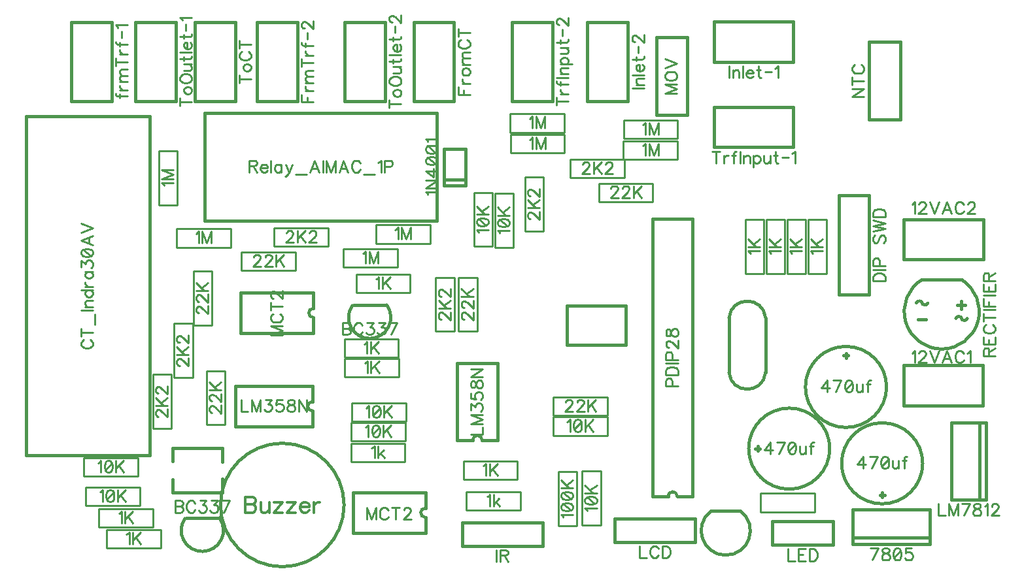
<source format=gbr>
G04 DipTrace 3.3.1.0*
G04 TopSilk.gbr*
%MOIN*%
G04 #@! TF.FileFunction,Legend,Top*
G04 #@! TF.Part,Single*
%ADD10C,0.015*%
%ADD33C,0.009843*%
%ADD119C,0.009264*%
%ADD120C,0.012351*%
%FSLAX26Y26*%
G04*
G70*
G90*
G75*
G01*
G04 TopSilk*
%LPD*%
X3805917Y736614D2*
D10*
Y2153937D1*
X3601170Y736614D2*
Y2153937D1*
X3805917D2*
X3601170D1*
X3805917Y736614D2*
X3727177D1*
X3601170D2*
X3679910D1*
X3727177D2*
G03X3679910Y736614I-23633J-106D01*
G01*
X5175574Y1843465D2*
G02X4975607Y1843465I-99983J-163286D01*
G01*
X5175574D1*
Y1733456D2*
Y1693476D1*
X5155585Y1713448D2*
X5195563D1*
X4955580Y1640973D2*
X4995635D1*
X5004710Y1722849D2*
G02X4973233Y1726787I-15086J7187D01*
G01*
X4947003Y1724162D2*
G02X4978479Y1720224I15086J-7187D01*
G01*
X5205519Y1644095D2*
G02X5174042Y1648032I-15082J7218D01*
G01*
X5147773Y1645407D2*
G02X5179250Y1641470I15082J-7218D01*
G01*
X2646854Y2323720D2*
X2536610D1*
Y2325724D2*
Y2510890D1*
X2646854Y2353571D2*
X2536610D1*
X2646854Y2510890D2*
X2536610D1*
X2646854Y2325724D2*
Y2510890D1*
X3899472Y661804D2*
X4049347D1*
X3899172Y661579D2*
G03X4049647Y661579I75238J-99796D01*
G01*
X3408268Y622047D2*
X3817717D1*
Y503937D1*
X3408268D1*
Y622047D1*
X4552362Y1767323D2*
X4706102D1*
Y2272047D1*
X4552362D1*
Y1767323D1*
X3464173Y1511417D2*
X3164173D1*
Y1711417D1*
X3464173D1*
Y1511417D1*
X1398819Y692932D2*
G02X1398819Y692932I314961J0D01*
G01*
X2070420Y1710647D2*
G03X2246084Y1713747I88929J-60598D01*
G01*
X2077286D1*
X1217270Y624040D2*
G03X1392934Y627141I88929J-60598D01*
G01*
X1224136D1*
X1261417Y1610236D2*
D33*
X1355906D1*
Y1885827D1*
X1261417D1*
Y1610236D1*
X2365748Y1775591D2*
X2090157D1*
Y1870079D1*
X2365748D1*
Y1775591D1*
X1162598Y1342520D2*
X1257087D1*
Y1618110D1*
X1162598D1*
Y1342520D1*
X4427165Y657480D2*
X4151575D1*
Y751969D1*
X4427165D1*
Y657480D1*
X977953Y838583D2*
X702362D1*
Y933071D1*
X977953D1*
Y838583D1*
X1148819Y1358268D2*
X1054331D1*
Y1082677D1*
X1148819D1*
Y1358268D1*
X2030709Y1539370D2*
X2306299D1*
Y1444882D1*
X2030709D1*
Y1539370D1*
X2307874Y1346457D2*
X2032283D1*
Y1440945D1*
X2307874D1*
Y1346457D1*
X1328346Y1102362D2*
X1422835D1*
Y1377953D1*
X1328346D1*
Y1102362D1*
X711417Y783465D2*
X987008D1*
Y688976D1*
X711417D1*
Y783465D1*
X2912598Y822835D2*
X2637008D1*
Y917323D1*
X2912598D1*
Y822835D1*
X1093701Y472441D2*
X818110D1*
Y566929D1*
X1093701D1*
Y472441D1*
X3327559Y2334646D2*
X3603150D1*
Y2240157D1*
X3327559D1*
Y2334646D1*
X3729134Y2562992D2*
X3453543D1*
Y2657480D1*
X3729134D1*
Y2562992D1*
X3728740Y2456693D2*
X3453150D1*
Y2551181D1*
X3728740D1*
Y2456693D1*
X3458268Y2362205D2*
X3182677D1*
Y2456693D1*
X3458268D1*
Y2362205D1*
X3094488Y1141732D2*
X3370079D1*
Y1047244D1*
X3094488D1*
Y1141732D1*
X2875591Y2688976D2*
X3151181D1*
Y2594488D1*
X2875591D1*
Y2688976D1*
X3152362Y2488189D2*
X2876772D1*
Y2582677D1*
X3152362D1*
Y2488189D1*
X3044882Y2366142D2*
X2950394D1*
Y2090551D1*
X3044882D1*
Y2366142D1*
X3371654Y1149606D2*
X3096063D1*
Y1244094D1*
X3371654D1*
Y1149606D1*
X3242913Y590551D2*
X3337402D1*
Y866142D1*
X3242913D1*
Y590551D1*
X4075197Y1874016D2*
X4169685D1*
Y2149606D1*
X4075197D1*
Y1874016D1*
X4180709D2*
X4275197D1*
Y2149606D1*
X4180709D1*
Y1874016D1*
X4287008D2*
X4381496D1*
Y2149606D1*
X4287008D1*
Y1874016D1*
X4393307D2*
X4487795D1*
Y2149606D1*
X4393307D1*
Y1874016D1*
X1505906Y1984252D2*
X1781496D1*
Y1889764D1*
X1505906D1*
Y1984252D1*
X1179528Y2500000D2*
X1085039D1*
Y2224409D1*
X1179528D1*
Y2500000D1*
X1174803Y2102362D2*
X1450394D1*
Y2007874D1*
X1174803D1*
Y2102362D1*
X1672441Y2106299D2*
X1948031D1*
Y2011811D1*
X1672441D1*
Y2106299D1*
X2690157Y2011811D2*
X2784646D1*
Y2287402D1*
X2690157D1*
Y2011811D1*
X2190945Y2122047D2*
X2466535D1*
Y2027559D1*
X2190945D1*
Y2122047D1*
X2025197Y2000000D2*
X2300787D1*
Y1905512D1*
X2025197D1*
Y2000000D1*
X2590945Y1854331D2*
X2496457D1*
Y1578740D1*
X2590945D1*
Y1854331D1*
X2612992Y1578740D2*
X2707480D1*
Y1854331D1*
X2612992D1*
Y1578740D1*
X2798031Y2007874D2*
X2892520D1*
Y2283465D1*
X2798031D1*
Y2007874D1*
X778740Y673228D2*
X1054331D1*
Y578740D1*
X778740D1*
Y673228D1*
X1407085Y826768D2*
D10*
Y757874D1*
X1155120Y982283D2*
Y917317D1*
X1407085Y982283D2*
Y913390D1*
Y982283D2*
X1155120D1*
Y822841D2*
Y757874D1*
X1407085D2*
X1281102D1*
X1155120D2*
X1281102D1*
X2338976Y913386D2*
D33*
X2063386D1*
Y1007874D1*
X2338976D1*
Y913386D1*
X2652362Y759843D2*
X2927953D1*
Y665354D1*
X2652362D1*
Y759843D1*
X2068504Y1212598D2*
X2344094D1*
Y1118110D1*
X2068504D1*
Y1212598D1*
X2065748Y1114173D2*
X2341339D1*
Y1019685D1*
X2065748D1*
Y1114173D1*
X4863790Y3054814D2*
D10*
X4706310D1*
Y2661113D1*
X4863790D1*
Y3054814D1*
X3215748Y862205D2*
D33*
X3121260D1*
Y586614D1*
X3215748D1*
Y862205D1*
X2500394Y2141732D2*
D10*
X1319291D1*
Y2692913D1*
X2500394D1*
Y2141732D1*
X1473976Y3157885D2*
X1267715D1*
Y2754341D1*
X1473976D1*
Y3157885D1*
X406675Y944882D2*
X1036614D1*
Y2677165D1*
X406675D1*
Y944882D1*
X1867717Y1094083D2*
X1474016D1*
Y1298830D2*
Y1094083D1*
X1867717Y1298830D2*
X1474016D1*
X1867717D2*
Y1220087D1*
Y1094083D2*
Y1172826D1*
Y1220087D2*
G03X1867717Y1172826I8J-23630D01*
G01*
X1502756Y1775208D2*
Y1570461D1*
X1872835Y1775208D2*
X1502756D1*
X1872835Y1570461D2*
X1502756D1*
X1872835Y1775208D2*
Y1696468D1*
Y1570461D2*
Y1649201D1*
Y1696468D2*
G03X1872835Y1649201I22J-23633D01*
G01*
X2589724Y3157885D2*
X2383464D1*
Y2754341D1*
X2589724D1*
Y3157885D1*
X2238937D2*
X2032676D1*
Y2754341D1*
X2238937D1*
Y3157885D1*
X2073228Y755523D2*
Y550776D1*
X2443307Y755523D2*
X2073228D1*
X2443307Y550776D2*
X2073228D1*
X2443307Y755523D2*
Y676783D1*
Y550776D2*
Y629516D1*
Y676783D2*
G03X2443307Y629516I22J-23633D01*
G01*
X5285444Y1200827D2*
X4881900D1*
Y1407088D1*
X5285444D1*
Y1200827D1*
X4318121Y2952795D2*
X3914577D1*
Y3159056D1*
X4318121D1*
Y2952795D1*
X5301969Y1112598D2*
X5124803D1*
Y718898D1*
X5301969D1*
Y1112598D1*
X5266535D2*
Y718898D1*
X5016142Y492126D2*
X4622441D1*
Y669291D1*
X5016142D1*
Y492126D1*
Y527559D2*
X4622441D1*
X4091339Y980315D2*
G02X4091339Y980315I206693J0D01*
G01*
X4137142Y968492D2*
Y992138D1*
X4125319Y980315D2*
X4148923D1*
X4564961Y905512D2*
G02X4564961Y905512I206693J0D01*
G01*
X4783476Y744622D2*
X4759831D1*
X4771654Y732799D2*
Y756404D1*
X3914173Y2724370D2*
X4317717D1*
Y2518109D1*
X3914173D1*
Y2724370D1*
X4380709Y1295276D2*
G02X4380709Y1295276I206693J0D01*
G01*
X4575579Y1456165D2*
X4599224D1*
X4587402Y1467988D2*
Y1444384D1*
X5286625Y1944921D2*
X4883081D1*
Y2151182D1*
X5286625D1*
Y1944921D1*
X2606288Y1024016D2*
Y1417717D1*
X2811035D2*
X2606288D1*
X2811035Y1024016D2*
Y1417717D1*
Y1024016D2*
X2732295D1*
X2606288D2*
X2685028D1*
X2732295D2*
G03X2685028Y1024016I-23633J-11D01*
G01*
X3777963Y3078436D2*
X3620483D1*
Y2684735D1*
X3777963D1*
Y3078436D1*
X2885079Y2753937D2*
X3091340D1*
Y3157481D1*
X2885079D1*
Y2753937D1*
X3269724D2*
X3475985D1*
Y3157481D1*
X3269724D1*
Y2753937D1*
X4522047Y488680D2*
X4211073D1*
Y610235D1*
X4522047D1*
Y488680D1*
X1171614Y3157885D2*
X965353D1*
Y2754341D1*
X1171614D1*
Y3157885D1*
X844449D2*
X638188D1*
Y2754341D1*
X844449D1*
Y3157885D1*
X1585472Y2753937D2*
X1791733D1*
Y3157481D1*
X1585472D1*
Y2753937D1*
X2631102Y602362D2*
X3040551D1*
Y484252D1*
X2631102D1*
Y602362D1*
X4177126Y1368722D2*
Y1648050D1*
X3991378Y1368722D2*
Y1648050D1*
Y1368722D2*
G03X4177126Y1368722I92874J8216D01*
G01*
Y1648050D2*
G03X3991378Y1648050I-92874J-8216D01*
G01*
X3701355Y1298511D2*
D119*
Y1324377D1*
X3698503Y1332933D1*
X3695585Y1335851D1*
X3689881Y1338703D1*
X3681259D1*
X3675555Y1335851D1*
X3672637Y1332933D1*
X3669785Y1324377D1*
Y1298511D1*
X3730073D1*
X3669785Y1357230D2*
X3730073D1*
Y1377326D1*
X3727154Y1385948D1*
X3721451Y1391718D1*
X3715681Y1394570D1*
X3707125Y1397422D1*
X3692733D1*
X3684111Y1394570D1*
X3678407Y1391718D1*
X3672637Y1385948D1*
X3669785Y1377326D1*
Y1357230D1*
Y1415949D2*
X3730073D1*
X3701355Y1434476D2*
Y1460342D1*
X3698503Y1468898D1*
X3695585Y1471816D1*
X3689881Y1474668D1*
X3681259D1*
X3675555Y1471816D1*
X3672637Y1468898D1*
X3669785Y1460342D1*
Y1434476D1*
X3730073D1*
X3684177Y1496114D2*
X3681325D1*
X3675555Y1498966D1*
X3672703Y1501817D1*
X3669851Y1507588D1*
Y1519062D1*
X3672703Y1524765D1*
X3675555Y1527617D1*
X3681325Y1530536D1*
X3687029D1*
X3692799Y1527617D1*
X3701355Y1521913D1*
X3730073Y1493195D1*
Y1533387D1*
X3669851Y1566240D2*
X3672703Y1557685D1*
X3678407Y1554766D1*
X3684177D1*
X3689881Y1557685D1*
X3692799Y1563388D1*
X3695651Y1574862D1*
X3698503Y1583484D1*
X3704273Y1589188D1*
X3709977Y1592040D1*
X3718599D1*
X3724303Y1589188D1*
X3727221Y1586336D1*
X3730073Y1577714D1*
Y1566240D1*
X3727221Y1557685D1*
X3724303Y1554766D1*
X3718599Y1551915D1*
X3709977D1*
X3704273Y1554766D1*
X3698503Y1560537D1*
X3695651Y1569092D1*
X3692799Y1580566D1*
X3689881Y1586336D1*
X3684177Y1589188D1*
X3678407D1*
X3672703Y1586336D1*
X3669851Y1577714D1*
Y1566240D1*
X5316124Y1454227D2*
Y1480027D1*
X5313206Y1488649D1*
X5310354Y1491567D1*
X5304650Y1494419D1*
X5298880D1*
X5293176Y1491567D1*
X5290258Y1488649D1*
X5287406Y1480027D1*
Y1454227D1*
X5347694D1*
X5316124Y1474323D2*
X5347694Y1494419D1*
X5287406Y1550220D2*
Y1512946D1*
X5347694D1*
Y1550220D1*
X5316124Y1512946D2*
Y1535894D1*
X5301732Y1611791D2*
X5296028Y1608939D1*
X5290258Y1603169D1*
X5287406Y1597465D1*
Y1585991D1*
X5290258Y1580221D1*
X5296028Y1574517D1*
X5301732Y1571599D1*
X5310354Y1568747D1*
X5324746D1*
X5333302Y1571599D1*
X5339072Y1574517D1*
X5344776Y1580221D1*
X5347694Y1585991D1*
Y1597465D1*
X5344776Y1603169D1*
X5339072Y1608939D1*
X5333302Y1611791D1*
X5287406Y1650414D2*
X5347694D1*
X5287406Y1630318D2*
Y1670510D1*
Y1689037D2*
X5347694D1*
X5287406Y1744904D2*
Y1707564D1*
X5347694D1*
X5316124D2*
Y1730512D1*
X5287406Y1763431D2*
X5347694D1*
X5287406Y1819232D2*
Y1781959D1*
X5347694D1*
Y1819232D1*
X5316124Y1781959D2*
Y1804906D1*
Y1837759D2*
Y1863559D1*
X5313206Y1872181D1*
X5310354Y1875100D1*
X5304650Y1877951D1*
X5298880D1*
X5293176Y1875100D1*
X5290258Y1872181D1*
X5287406Y1863559D1*
Y1837759D1*
X5347694D1*
X5316124Y1857855D2*
X5347694Y1877951D1*
X2456350Y2275787D2*
X2453432Y2281557D1*
X2444876Y2290180D1*
X2505098Y2290179D1*
X2444810Y2348899D2*
X2505098Y2348898D1*
X2444810Y2308707D1*
X2505098D1*
Y2396144D2*
X2444876D1*
X2485002Y2367426D1*
Y2410470D1*
X2444876Y2446241D2*
X2447728Y2437619D1*
X2456350Y2431849D1*
X2470676Y2428997D1*
X2479298D1*
X2493624Y2431849D1*
X2502246Y2437619D1*
X2505097Y2446241D1*
Y2451945D1*
X2502246Y2460567D1*
X2493624Y2466270D1*
X2479298Y2469189D1*
X2470676D1*
X2456350Y2466270D1*
X2447728Y2460567D1*
X2444876Y2451945D1*
Y2446241D1*
X2456350Y2466270D2*
X2493624Y2431849D1*
X2444876Y2504960D2*
X2447728Y2496338D1*
X2456350Y2490568D1*
X2470676Y2487716D1*
X2479298D1*
X2493624Y2490568D1*
X2502246Y2496338D1*
X2505097Y2504960D1*
Y2510664D1*
X2502246Y2519286D1*
X2493624Y2524989D1*
X2479298Y2527908D1*
X2470676D1*
X2456350Y2524989D1*
X2447728Y2519286D1*
X2444876Y2510664D1*
Y2504960D1*
X2456350Y2524989D2*
X2493624Y2490568D1*
X2456350Y2546435D2*
X2453432Y2552205D1*
X2444876Y2560827D1*
X2505097D1*
X3535636Y483587D2*
Y423299D1*
X3570058D1*
X3631629Y469261D2*
X3628777Y474965D1*
X3623007Y480735D1*
X3617303Y483587D1*
X3605829D1*
X3600059Y480735D1*
X3594355Y474965D1*
X3591437Y469261D1*
X3588585Y460639D1*
Y446246D1*
X3591437Y437691D1*
X3594355Y431921D1*
X3600059Y426217D1*
X3605829Y423299D1*
X3617303D1*
X3623007Y426217D1*
X3628777Y431921D1*
X3631629Y437691D1*
X3650156Y483587D2*
Y423299D1*
X3670252D1*
X3678874Y426217D1*
X3684644Y431921D1*
X3687496Y437691D1*
X3690348Y446246D1*
Y460639D1*
X3687496Y469261D1*
X3684644Y474965D1*
X3678874Y480735D1*
X3670252Y483587D1*
X3650156D1*
X4726453Y1835105D2*
X4786741D1*
Y1855201D1*
X4783823Y1863823D1*
X4778119Y1869593D1*
X4772349Y1872445D1*
X4763793Y1875297D1*
X4749401D1*
X4740779Y1872445D1*
X4735075Y1869593D1*
X4729305Y1863823D1*
X4726453Y1855201D1*
Y1835105D1*
Y1893824D2*
X4786741D1*
X4758023Y1912351D2*
Y1938217D1*
X4755171Y1946773D1*
X4752253Y1949691D1*
X4746549Y1952543D1*
X4737927D1*
X4732223Y1949691D1*
X4729305Y1946773D1*
X4726453Y1938217D1*
Y1912351D1*
X4786741D1*
X4735075Y2069583D2*
X4729305Y2063879D1*
X4726453Y2055257D1*
Y2043783D1*
X4729305Y2035161D1*
X4735075Y2029391D1*
X4740779D1*
X4746549Y2032309D1*
X4749401Y2035161D1*
X4752253Y2040865D1*
X4758023Y2058109D1*
X4760875Y2063879D1*
X4763793Y2066731D1*
X4769497Y2069583D1*
X4778119D1*
X4783823Y2063879D1*
X4786741Y2055257D1*
Y2043783D1*
X4783823Y2035161D1*
X4778119Y2029391D1*
X4726453Y2088110D2*
X4786741Y2102502D1*
X4726453Y2116828D1*
X4786741Y2131154D1*
X4726453Y2145546D1*
Y2164073D2*
X4786741D1*
Y2184169D1*
X4783823Y2192791D1*
X4778119Y2198562D1*
X4772349Y2201414D1*
X4763793Y2204265D1*
X4749401D1*
X4740779Y2201414D1*
X4735075Y2198562D1*
X4729305Y2192791D1*
X4726453Y2184169D1*
Y2164073D1*
X2020389Y1622480D2*
Y1562192D1*
X2046255D1*
X2054877Y1565111D1*
X2057729Y1567963D1*
X2060581Y1573666D1*
Y1582288D1*
X2057729Y1588059D1*
X2054877Y1590910D1*
X2046255Y1593762D1*
X2054877Y1596681D1*
X2057729Y1599533D1*
X2060581Y1605236D1*
Y1611006D1*
X2057729Y1616710D1*
X2054877Y1619629D1*
X2046255Y1622480D1*
X2020389D1*
Y1593762D2*
X2046255D1*
X2122152Y1608155D2*
X2119300Y1613858D1*
X2113530Y1619629D1*
X2107826Y1622480D1*
X2096352D1*
X2090582Y1619629D1*
X2084878Y1613858D1*
X2081960Y1608155D1*
X2079108Y1599533D1*
Y1585140D1*
X2081960Y1576585D1*
X2084878Y1570814D1*
X2090582Y1565111D1*
X2096352Y1562192D1*
X2107826D1*
X2113530Y1565111D1*
X2119300Y1570814D1*
X2122152Y1576585D1*
X2146449Y1622414D2*
X2177953D1*
X2160775Y1599466D1*
X2169397D1*
X2175101Y1596614D1*
X2177953Y1593762D1*
X2180871Y1585140D1*
Y1579437D1*
X2177953Y1570814D1*
X2172249Y1565044D1*
X2163627Y1562192D1*
X2155005D1*
X2146449Y1565044D1*
X2143597Y1567963D1*
X2140679Y1573666D1*
X2205168Y1622414D2*
X2236672D1*
X2219494Y1599466D1*
X2228116D1*
X2233820Y1596614D1*
X2236672Y1593762D1*
X2239590Y1585140D1*
Y1579437D1*
X2236672Y1570814D1*
X2230968Y1565044D1*
X2222346Y1562192D1*
X2213724D1*
X2205168Y1565044D1*
X2202316Y1567963D1*
X2199398Y1573666D1*
X2269591Y1562192D2*
X2298309Y1622414D1*
X2258117D1*
X1167239Y715009D2*
Y654721D1*
X1193105D1*
X1201728Y657639D1*
X1204579Y660491D1*
X1207431Y666195D1*
Y674817D1*
X1204579Y680587D1*
X1201728Y683439D1*
X1193105Y686291D1*
X1201728Y689209D1*
X1204579Y692061D1*
X1207431Y697765D1*
Y703535D1*
X1204579Y709239D1*
X1201728Y712157D1*
X1193105Y715009D1*
X1167239D1*
Y686291D2*
X1193105D1*
X1269002Y700683D2*
X1266150Y706387D1*
X1260380Y712157D1*
X1254676Y715009D1*
X1243203D1*
X1237432Y712157D1*
X1231729Y706387D1*
X1228810Y700683D1*
X1225958Y692061D1*
Y677669D1*
X1228810Y669113D1*
X1231729Y663343D1*
X1237432Y657639D1*
X1243203Y654721D1*
X1254676D1*
X1260380Y657639D1*
X1266150Y663343D1*
X1269002Y669113D1*
X1293300Y714943D2*
X1324803D1*
X1307625Y691995D1*
X1316247D1*
X1321951Y689143D1*
X1324803Y686291D1*
X1327721Y677669D1*
Y671965D1*
X1324803Y663343D1*
X1319099Y657573D1*
X1310477Y654721D1*
X1301855D1*
X1293300Y657573D1*
X1290448Y660491D1*
X1287529Y666195D1*
X1352019Y714943D2*
X1383522D1*
X1366345Y691995D1*
X1374967D1*
X1380670Y689143D1*
X1383522Y686291D1*
X1386441Y677669D1*
Y671965D1*
X1383522Y663343D1*
X1377818Y657573D1*
X1369196Y654721D1*
X1360574D1*
X1352019Y657573D1*
X1349167Y660491D1*
X1346249Y666195D1*
X1416442Y654721D2*
X1445160Y714943D1*
X1404968D1*
X1289295Y1672135D2*
X1286443D1*
X1280673Y1674987D1*
X1277821Y1677839D1*
X1274969Y1683609D1*
Y1695083D1*
X1277821Y1700786D1*
X1280673Y1703638D1*
X1286443Y1706557D1*
X1292147D1*
X1297917Y1703638D1*
X1306473Y1697935D1*
X1335191Y1669217D1*
Y1709408D1*
X1289295Y1730854D2*
X1286443D1*
X1280673Y1733706D1*
X1277821Y1736558D1*
X1274969Y1742328D1*
Y1753802D1*
X1277821Y1759506D1*
X1280673Y1762357D1*
X1286443Y1765276D1*
X1292147D1*
X1297917Y1762357D1*
X1306473Y1756654D1*
X1335191Y1727936D1*
Y1768128D1*
X1274903Y1786655D2*
X1335191D1*
X1274903Y1826847D2*
X1315095Y1786655D1*
X1300703Y1800980D2*
X1335191Y1826847D1*
X2191397Y1845053D2*
X2197167Y1847971D1*
X2205789Y1856527D1*
Y1796305D1*
X2224316Y1856593D2*
Y1796305D1*
X2264508Y1856593D2*
X2224316Y1816401D1*
X2238642Y1830793D2*
X2264508Y1796305D1*
X1190476Y1404418D2*
X1187624D1*
X1181854Y1407270D1*
X1179002Y1410122D1*
X1176150Y1415892D1*
Y1427366D1*
X1179002Y1433070D1*
X1181854Y1435922D1*
X1187624Y1438840D1*
X1193328D1*
X1199098Y1435922D1*
X1207654Y1430218D1*
X1236372Y1401500D1*
Y1441692D1*
X1176084Y1460219D2*
X1236372D1*
X1176084Y1500411D2*
X1216276Y1460219D1*
X1201884Y1474545D2*
X1236372Y1500411D1*
X1190476Y1521856D2*
X1187624D1*
X1181854Y1524708D1*
X1179002Y1527560D1*
X1176150Y1533330D1*
Y1544804D1*
X1179002Y1550508D1*
X1181854Y1553360D1*
X1187624Y1556278D1*
X1193328D1*
X1199098Y1553360D1*
X1207654Y1547656D1*
X1236372Y1518938D1*
Y1559130D1*
X774242Y908045D2*
X780012Y910963D1*
X788634Y919519D1*
Y859297D1*
X824406Y919519D2*
X815784Y916667D1*
X810013Y908045D1*
X807162Y893719D1*
Y885097D1*
X810013Y870771D1*
X815784Y862149D1*
X824406Y859297D1*
X830109D1*
X838732Y862149D1*
X844435Y870771D1*
X847354Y885097D1*
Y893719D1*
X844435Y908045D1*
X838732Y916667D1*
X830109Y919519D1*
X824406D1*
X844435Y908045D2*
X810013Y870771D1*
X865881Y919585D2*
Y859297D1*
X906073Y919585D2*
X865881Y879393D1*
X880207Y893786D2*
X906073Y859297D1*
X1082208Y1144576D2*
X1079356D1*
X1073586Y1147428D1*
X1070734Y1150280D1*
X1067883Y1156050D1*
Y1167524D1*
X1070734Y1173227D1*
X1073586Y1176079D1*
X1079357Y1178998D1*
X1085060D1*
X1090830Y1176079D1*
X1099386Y1170375D1*
X1128104Y1141657D1*
Y1181849D1*
X1067816Y1200377D2*
X1128104Y1200376D1*
X1067816Y1240568D2*
X1108008Y1200376D1*
X1093616Y1214702D2*
X1128104Y1240568D1*
X1082208Y1262014D2*
X1079357D1*
X1073586Y1264866D1*
X1070734Y1267718D1*
X1067883Y1273488D1*
Y1284962D1*
X1070734Y1290666D1*
X1073586Y1293517D1*
X1079357Y1296436D1*
X1085060D1*
X1090830Y1293517D1*
X1099386Y1287814D1*
X1128104Y1259096D1*
Y1299288D1*
X2131948Y1514344D2*
X2137718Y1517263D1*
X2146340Y1525818D1*
Y1465597D1*
X2164868Y1525885D2*
Y1465597D1*
X2205060Y1525885D2*
X2164868Y1485693D1*
X2179193Y1500085D2*
X2205060Y1465597D1*
X2133523Y1415919D2*
X2139293Y1418837D1*
X2147915Y1427393D1*
Y1367171D1*
X2166442Y1427459D2*
Y1367171D1*
X2206634Y1427459D2*
X2166442Y1387267D1*
X2180768Y1401660D2*
X2206634Y1367171D1*
X1356224Y1164261D2*
X1353372D1*
X1347602Y1167113D1*
X1344750Y1169965D1*
X1341898Y1175735D1*
Y1187209D1*
X1344750Y1192912D1*
X1347602Y1195764D1*
X1353372Y1198683D1*
X1359076D1*
X1364846Y1195764D1*
X1373402Y1190061D1*
X1402120Y1161343D1*
Y1201534D1*
X1356224Y1222980D2*
X1353372D1*
X1347602Y1225832D1*
X1344750Y1228684D1*
X1341898Y1234454D1*
Y1245928D1*
X1344750Y1251631D1*
X1347602Y1254483D1*
X1353372Y1257402D1*
X1359076D1*
X1364846Y1254483D1*
X1373402Y1248780D1*
X1402120Y1220061D1*
Y1260253D1*
X1341832Y1278781D2*
X1402120D1*
X1341832Y1318973D2*
X1382024Y1278781D1*
X1367632Y1293106D2*
X1402120Y1318973D1*
X783297Y758439D2*
X789068Y761357D1*
X797690Y769913D1*
Y709691D1*
X833461Y769913D2*
X824839Y767061D1*
X819069Y758439D1*
X816217Y744113D1*
Y735491D1*
X819069Y721165D1*
X824839Y712543D1*
X833461Y709691D1*
X839165D1*
X847787Y712543D1*
X853490Y721165D1*
X856409Y735491D1*
Y744113D1*
X853490Y758439D1*
X847787Y767061D1*
X839165Y769913D1*
X833461D1*
X853490Y758439D2*
X819069Y721165D1*
X874936Y769979D2*
Y709691D1*
X915128Y769979D2*
X874936Y729787D1*
X889262Y744179D2*
X915128Y709691D1*
X2738248Y892297D2*
X2744018Y895215D1*
X2752640Y903771D1*
Y843549D1*
X2771167Y903837D2*
Y843549D1*
X2811359Y903837D2*
X2771167Y863645D1*
X2785493Y878038D2*
X2811359Y843549D1*
X919350Y541903D2*
X925120Y544822D1*
X933742Y553377D1*
Y493156D1*
X952269Y553444D2*
Y493156D1*
X992461Y553444D2*
X952269Y513252D1*
X966595Y527644D2*
X992461Y493156D1*
X3389457Y2306768D2*
Y2309620D1*
X3392309Y2315390D1*
X3395161Y2318242D1*
X3400931Y2321094D1*
X3412405D1*
X3418109Y2318242D1*
X3420961Y2315390D1*
X3423879Y2309620D1*
Y2303916D1*
X3420961Y2298146D1*
X3415257Y2289590D1*
X3386539Y2260872D1*
X3426731D1*
X3448177Y2306768D2*
Y2309620D1*
X3451028Y2315390D1*
X3453880Y2318242D1*
X3459651Y2321094D1*
X3471124D1*
X3476828Y2318242D1*
X3479680Y2315390D1*
X3482598Y2309620D1*
Y2303916D1*
X3479680Y2298146D1*
X3473976Y2289590D1*
X3445258Y2260872D1*
X3485450D1*
X3503977Y2321160D2*
Y2260872D1*
X3544169Y2321160D2*
X3503977Y2280968D1*
X3518303Y2295360D2*
X3544169Y2260872D1*
X3551931Y2632455D2*
X3557701Y2635373D1*
X3566323Y2643929D1*
Y2583707D1*
X3630746D2*
Y2643995D1*
X3607798Y2583707D1*
X3584850Y2643995D1*
Y2583707D1*
X3551537Y2526155D2*
X3557307Y2529074D1*
X3565930Y2537629D1*
Y2477408D1*
X3630352D2*
Y2537696D1*
X3607405Y2477408D1*
X3584457Y2537696D1*
Y2477408D1*
X3244576Y2428815D2*
Y2431667D1*
X3247427Y2437437D1*
X3250279Y2440289D1*
X3256050Y2443141D1*
X3267523D1*
X3273227Y2440289D1*
X3276079Y2437437D1*
X3278997Y2431667D1*
Y2425963D1*
X3276079Y2420193D1*
X3270375Y2411637D1*
X3241657Y2382919D1*
X3281849D1*
X3300376Y2443207D2*
Y2382919D1*
X3340568Y2443207D2*
X3300376Y2403015D1*
X3314702Y2417408D2*
X3340568Y2382919D1*
X3362014Y2428815D2*
Y2431667D1*
X3364866Y2437437D1*
X3367718Y2440289D1*
X3373488Y2443141D1*
X3384962D1*
X3390665Y2440289D1*
X3393517Y2437437D1*
X3396436Y2431667D1*
Y2425963D1*
X3393517Y2420193D1*
X3387814Y2411637D1*
X3359096Y2382919D1*
X3399288D1*
X3166368Y1116707D2*
X3172138Y1119625D1*
X3180760Y1128180D1*
Y1067959D1*
X3216532Y1128180D2*
X3207910Y1125329D1*
X3202139Y1116707D1*
X3199288Y1102381D1*
Y1093759D1*
X3202139Y1079433D1*
X3207910Y1070811D1*
X3216532Y1067959D1*
X3222235D1*
X3230858Y1070811D1*
X3236561Y1079433D1*
X3239480Y1093759D1*
Y1102381D1*
X3236561Y1116707D1*
X3230858Y1125329D1*
X3222235Y1128180D1*
X3216532D1*
X3236561Y1116707D2*
X3202139Y1079433D1*
X3258007Y1128247D2*
Y1067959D1*
X3298199Y1128247D2*
X3258007Y1088055D1*
X3272333Y1102447D2*
X3298199Y1067959D1*
X2973978Y2663951D2*
X2979748Y2666869D1*
X2988370Y2675425D1*
Y2615203D1*
X3052793D2*
Y2675491D1*
X3029845Y2615203D1*
X3006898Y2675491D1*
Y2615203D1*
X2975159Y2557651D2*
X2980930Y2560570D1*
X2989552Y2569125D1*
Y2508904D1*
X3053974D2*
Y2569192D1*
X3031027Y2508904D1*
X3008079Y2569192D1*
Y2508904D1*
X2978271Y2152450D2*
X2975419D1*
X2969649Y2155302D1*
X2966797Y2158154D1*
X2963946Y2163924D1*
Y2175398D1*
X2966797Y2181101D1*
X2969649Y2183953D1*
X2975419Y2186872D1*
X2981123D1*
X2986893Y2183953D1*
X2995449Y2178250D1*
X3024167Y2149531D1*
Y2189723D1*
X2963879Y2208251D2*
X3024167Y2208250D1*
X2963879Y2248443D2*
X3004071Y2208251D1*
X2989679Y2222576D2*
X3024167Y2248442D1*
X2978271Y2269888D2*
X2975420D1*
X2969649Y2272740D1*
X2966797Y2275592D1*
X2963946Y2281362D1*
Y2292836D1*
X2966797Y2298540D1*
X2969649Y2301391D1*
X2975419Y2304310D1*
X2981123D1*
X2986893Y2301391D1*
X2995449Y2295688D1*
X3024167Y2266970D1*
Y2307162D1*
X3157961Y1216217D2*
Y1219069D1*
X3160813Y1224839D1*
X3163665Y1227691D1*
X3169435Y1230543D1*
X3180909D1*
X3186613Y1227691D1*
X3189465Y1224839D1*
X3192383Y1219069D1*
Y1213365D1*
X3189465Y1207595D1*
X3183761Y1199039D1*
X3155043Y1170321D1*
X3195235D1*
X3216680Y1216217D2*
Y1219069D1*
X3219532Y1224839D1*
X3222384Y1227691D1*
X3228154Y1230543D1*
X3239628D1*
X3245332Y1227691D1*
X3248184Y1224839D1*
X3251102Y1219069D1*
Y1213365D1*
X3248184Y1207595D1*
X3242480Y1199039D1*
X3213762Y1170321D1*
X3253954D1*
X3272481Y1230609D2*
Y1170321D1*
X3312673Y1230609D2*
X3272481Y1190417D1*
X3286807Y1204809D2*
X3312673Y1170321D1*
X3267939Y662431D2*
X3265021Y668202D1*
X3256465Y676824D1*
X3316687D1*
X3256465Y712595D2*
X3259317Y703973D1*
X3267939Y698203D1*
X3282265Y695351D1*
X3290887D1*
X3305213Y698203D1*
X3313835Y703973D1*
X3316687Y712595D1*
Y718298D1*
X3313835Y726921D1*
X3305213Y732624D1*
X3290887Y735543D1*
X3282265D1*
X3267939Y732624D1*
X3259317Y726921D1*
X3256465Y718299D1*
Y712595D1*
X3267939Y732624D2*
X3305213Y698203D1*
X3256399Y754070D2*
X3316687D1*
X3256399Y794262D2*
X3296591Y754070D1*
X3282199Y768396D2*
X3316687Y794262D1*
X4100223Y1975256D2*
X4097304Y1981026D1*
X4088749Y1989648D1*
X4148970D1*
X4088682Y2008175D2*
X4148970D1*
X4088682Y2048367D2*
X4128874Y2008175D1*
X4114482Y2022501D2*
X4148970Y2048367D1*
X4205734Y1975256D2*
X4202816Y1981026D1*
X4194260Y1989648D1*
X4254482D1*
X4194194Y2008175D2*
X4254482D1*
X4194194Y2048367D2*
X4234386Y2008175D1*
X4219994Y2022501D2*
X4254482Y2048367D1*
X4312034Y1975256D2*
X4309115Y1981026D1*
X4300560Y1989648D1*
X4360781D1*
X4300493Y2008175D2*
X4360781D1*
X4300493Y2048367D2*
X4340685Y2008175D1*
X4326293Y2022501D2*
X4360781Y2048367D1*
X4418333Y1975256D2*
X4415415Y1981026D1*
X4406859Y1989648D1*
X4467081D1*
X4406793Y2008175D2*
X4467081D1*
X4406793Y2048367D2*
X4446985Y2008175D1*
X4432592Y2022501D2*
X4467081Y2048367D1*
X1567804Y1956374D2*
Y1959226D1*
X1570656Y1964996D1*
X1573508Y1967848D1*
X1579278Y1970700D1*
X1590752D1*
X1596456Y1967848D1*
X1599308Y1964996D1*
X1602226Y1959226D1*
Y1953522D1*
X1599308Y1947752D1*
X1593604Y1939197D1*
X1564886Y1910478D1*
X1605078D1*
X1626523Y1956374D2*
Y1959226D1*
X1629375Y1964996D1*
X1632227Y1967848D1*
X1637997Y1970700D1*
X1649471D1*
X1655175Y1967848D1*
X1658027Y1964996D1*
X1660945Y1959226D1*
Y1953522D1*
X1658027Y1947752D1*
X1652323Y1939197D1*
X1623605Y1910478D1*
X1663797D1*
X1682324Y1970767D2*
Y1910478D1*
X1722516Y1970767D2*
X1682324Y1930575D1*
X1696650Y1944967D2*
X1722516Y1910478D1*
X1110065Y2322797D2*
X1107147Y2328567D1*
X1098591Y2337189D1*
X1158813D1*
Y2401612D2*
X1098525D1*
X1158813Y2378664D1*
X1098525Y2355717D1*
X1158813Y2355716D1*
X1273191Y2077336D2*
X1278961Y2080255D1*
X1287583Y2088810D1*
Y2028589D1*
X1352006D2*
Y2088877D1*
X1329058Y2028589D1*
X1306110Y2088877D1*
Y2028589D1*
X1734339Y2078422D2*
Y2081273D1*
X1737191Y2087044D1*
X1740043Y2089896D1*
X1745813Y2092747D1*
X1757287D1*
X1762991Y2089896D1*
X1765843Y2087044D1*
X1768761Y2081273D1*
Y2075570D1*
X1765843Y2069800D1*
X1760139Y2061244D1*
X1731421Y2032526D1*
X1771613D1*
X1790140Y2092814D2*
Y2032526D1*
X1830332Y2092814D2*
X1790140Y2052622D1*
X1804466Y2067014D2*
X1830332Y2032526D1*
X1851778Y2078422D2*
Y2081273D1*
X1854629Y2087044D1*
X1857481Y2089896D1*
X1863252Y2092747D1*
X1874725D1*
X1880429Y2089896D1*
X1883281Y2087044D1*
X1886199Y2081273D1*
Y2075570D1*
X1883281Y2069800D1*
X1877577Y2061244D1*
X1848859Y2032526D1*
X1889051D1*
X2715183Y2083691D2*
X2712265Y2089461D1*
X2703709Y2098083D1*
X2763931D1*
X2703709Y2133855D2*
X2706561Y2125233D1*
X2715183Y2119462D1*
X2729509Y2116610D1*
X2738131D1*
X2752457Y2119462D1*
X2761079Y2125232D1*
X2763931Y2133855D1*
Y2139558D1*
X2761079Y2148180D1*
X2752457Y2153884D1*
X2738131Y2156802D1*
X2729509D1*
X2715183Y2153884D1*
X2706561Y2148180D1*
X2703709Y2139558D1*
Y2133855D1*
X2715183Y2153884D2*
X2752457Y2119462D1*
X2703643Y2175330D2*
X2763931Y2175329D1*
X2703643Y2215522D2*
X2743835Y2175330D1*
X2729443Y2189655D2*
X2763931Y2215521D1*
X2289333Y2097022D2*
X2295103Y2099940D1*
X2303725Y2108495D1*
Y2048274D1*
X2368148D2*
Y2108562D1*
X2345200Y2048274D1*
X2322252Y2108562D1*
Y2048274D1*
X2123585Y1974974D2*
X2129355Y1977892D1*
X2137977Y1986448D1*
Y1926227D1*
X2202400D2*
Y1986515D1*
X2179452Y1926227D1*
X2156504Y1986515D1*
Y1926227D1*
X2524334Y1640639D2*
X2521482D1*
X2515712Y1643491D1*
X2512860Y1646343D1*
X2510009Y1652113D1*
Y1663587D1*
X2512860Y1669290D1*
X2515712Y1672142D1*
X2521482Y1675061D1*
X2527186D1*
X2532956Y1672142D1*
X2541512Y1666438D1*
X2570230Y1637720D1*
Y1677912D1*
X2509942Y1696440D2*
X2570230Y1696439D1*
X2509942Y1736631D2*
X2550134Y1696439D1*
X2535742Y1710765D2*
X2570230Y1736631D1*
X2524334Y1758077D2*
X2521482D1*
X2515712Y1760929D1*
X2512860Y1763781D1*
X2510009Y1769551D1*
Y1781025D1*
X2512860Y1786729D1*
X2515712Y1789580D1*
X2521482Y1792499D1*
X2527186D1*
X2532956Y1789580D1*
X2541512Y1783877D1*
X2570230Y1755159D1*
Y1795351D1*
X2640870Y1640639D2*
X2638018D1*
X2632248Y1643491D1*
X2629396Y1646343D1*
X2626544Y1652113D1*
Y1663587D1*
X2629396Y1669290D1*
X2632248Y1672142D1*
X2638018Y1675061D1*
X2643722D1*
X2649492Y1672142D1*
X2658048Y1666438D1*
X2686766Y1637720D1*
Y1677912D1*
X2640870Y1699358D2*
X2638018D1*
X2632248Y1702210D1*
X2629396Y1705062D1*
X2626544Y1710832D1*
Y1722306D1*
X2629396Y1728009D1*
X2632248Y1730861D1*
X2638018Y1733780D1*
X2643722D1*
X2649492Y1730861D1*
X2658048Y1725158D1*
X2686766Y1696439D1*
Y1736631D1*
X2626478Y1755159D2*
X2686766D1*
X2626478Y1795351D2*
X2666670Y1755159D1*
X2652277Y1769484D2*
X2686766Y1795351D1*
X2823057Y2079754D2*
X2820139Y2085524D1*
X2811583Y2094146D1*
X2871805D1*
X2811583Y2129918D2*
X2814435Y2121296D1*
X2823057Y2115525D1*
X2837383Y2112673D1*
X2846005D1*
X2860331Y2115525D1*
X2868953Y2121295D1*
X2871805Y2129917D1*
Y2135621D1*
X2868953Y2144243D1*
X2860331Y2149947D1*
X2846005Y2152865D1*
X2837383D1*
X2823057Y2149947D1*
X2814435Y2144243D1*
X2811583Y2135621D1*
Y2129918D1*
X2823057Y2149947D2*
X2860331Y2115525D1*
X2811517Y2171393D2*
X2871805Y2171392D1*
X2811517Y2211585D2*
X2851709Y2171393D1*
X2837317Y2185718D2*
X2871805Y2211584D1*
X879980Y648203D2*
X885750Y651121D1*
X894372Y659677D1*
Y599455D1*
X912899Y659743D2*
Y599455D1*
X953091Y659743D2*
X912899Y619551D1*
X927225Y633943D2*
X953091Y599455D1*
X2168936Y982848D2*
X2174707Y985767D1*
X2183329Y994322D1*
Y934101D1*
X2201856Y994389D2*
Y934101D1*
X2230574Y974293D2*
X2201856Y945575D1*
X2213330Y957048D2*
X2233426Y934101D1*
X2757913Y734817D2*
X2763683Y737735D1*
X2772305Y746291D1*
Y686069D1*
X2790832Y746357D2*
Y686069D1*
X2819550Y726261D2*
X2790832Y697543D1*
X2802306Y709017D2*
X2822402Y686069D1*
X2140384Y1187573D2*
X2146154Y1190491D1*
X2154776Y1199047D1*
Y1138825D1*
X2190547Y1199047D2*
X2181925Y1196195D1*
X2176155Y1187573D1*
X2173303Y1173247D1*
Y1164625D1*
X2176155Y1150299D1*
X2181925Y1141677D1*
X2190547Y1138825D1*
X2196251D1*
X2204873Y1141677D1*
X2210577Y1150299D1*
X2213495Y1164625D1*
Y1173247D1*
X2210577Y1187573D1*
X2204873Y1196195D1*
X2196251Y1199047D1*
X2190547D1*
X2210577Y1187573D2*
X2176155Y1150299D1*
X2232022Y1199113D2*
Y1138825D1*
X2272214Y1199113D2*
X2232022Y1158921D1*
X2246348Y1173313D2*
X2272214Y1138825D1*
X2137628Y1089147D2*
X2143398Y1092066D1*
X2152020Y1100621D1*
Y1040400D1*
X2187791Y1100621D2*
X2179169Y1097770D1*
X2173399Y1089147D1*
X2170547Y1074822D1*
Y1066200D1*
X2173399Y1051874D1*
X2179169Y1043252D1*
X2187791Y1040400D1*
X2193495D1*
X2202117Y1043252D1*
X2207821Y1051874D1*
X2210739Y1066200D1*
Y1074822D1*
X2207821Y1089147D1*
X2202117Y1097770D1*
X2193495Y1100621D1*
X2187791D1*
X2207821Y1089147D2*
X2173399Y1051874D1*
X2229266Y1100688D2*
Y1040400D1*
X2269459Y1100688D2*
X2229266Y1060496D1*
X2243592Y1074888D2*
X2269459Y1040400D1*
X4618442Y2817914D2*
X4678730D1*
X4618442Y2777722D1*
X4678730D1*
X4618442Y2856537D2*
X4678730D1*
X4618442Y2836441D2*
Y2876633D1*
X4632768Y2938204D2*
X4627064Y2935352D1*
X4621294Y2929582D1*
X4618442Y2923878D1*
Y2912405D1*
X4621294Y2906634D1*
X4627064Y2900931D1*
X4632768Y2898012D1*
X4641390Y2895160D1*
X4655782D1*
X4664338Y2898012D1*
X4670108Y2900931D1*
X4675812Y2906634D1*
X4678730Y2912404D1*
Y2923878D1*
X4675812Y2929582D1*
X4670108Y2935352D1*
X4664338Y2938204D1*
X3146286Y629135D2*
X3143367Y634905D1*
X3134812Y643527D1*
X3195033D1*
X3134812Y679298D2*
X3137664Y670676D1*
X3146286Y664906D1*
X3160612Y662054D1*
X3169234D1*
X3183559Y664906D1*
X3192181Y670676D1*
X3195033Y679298D1*
Y685002D1*
X3192181Y693624D1*
X3183559Y699328D1*
X3169234Y702246D1*
X3160612D1*
X3146286Y699328D1*
X3137664Y693624D1*
X3134812Y685002D1*
Y679298D1*
X3146286Y699328D2*
X3183559Y664906D1*
X3134812Y738017D2*
X3137664Y729395D1*
X3146286Y723625D1*
X3160612Y720773D1*
X3169234D1*
X3183559Y723625D1*
X3192181Y729395D1*
X3195033Y738017D1*
Y743721D1*
X3192181Y752343D1*
X3183559Y758047D1*
X3169234Y760965D1*
X3160611D1*
X3146286Y758047D1*
X3137664Y752343D1*
X3134812Y743721D1*
Y738017D1*
X3146286Y758047D2*
X3183559Y723625D1*
X3134745Y779492D2*
X3195033D1*
X3134745Y819684D2*
X3174937Y779492D1*
X3160545Y793818D2*
X3195033Y819684D1*
X1543987Y2422363D2*
X1569786D1*
X1578408Y2425282D1*
X1581327Y2428134D1*
X1584179Y2433837D1*
Y2439608D1*
X1581327Y2445311D1*
X1578408Y2448230D1*
X1569786Y2451081D1*
X1543987D1*
Y2390793D1*
X1564083Y2422363D2*
X1584179Y2390793D1*
X1602706Y2413741D2*
X1637127D1*
Y2419512D1*
X1634276Y2425282D1*
X1631424Y2428134D1*
X1625654Y2430985D1*
X1617031D1*
X1611328Y2428134D1*
X1605558Y2422363D1*
X1602706Y2413741D1*
Y2408038D1*
X1605558Y2399416D1*
X1611328Y2393712D1*
X1617031Y2390793D1*
X1625654D1*
X1631424Y2393712D1*
X1637127Y2399416D1*
X1655655Y2451081D2*
Y2390793D1*
X1708604Y2430985D2*
Y2390793D1*
Y2422363D2*
X1702900Y2428134D1*
X1697130Y2430985D1*
X1688574D1*
X1682804Y2428134D1*
X1677100Y2422363D1*
X1674182Y2413741D1*
Y2408038D1*
X1677100Y2399416D1*
X1682804Y2393712D1*
X1688574Y2390793D1*
X1697130D1*
X1702900Y2393712D1*
X1708604Y2399416D1*
X1730049Y2430985D2*
X1747227Y2390793D1*
X1741523Y2379320D1*
X1735753Y2373549D1*
X1730049Y2370697D1*
X1727131D1*
X1764471Y2430985D2*
X1747227Y2390793D1*
X1782998Y2380845D2*
X1837516D1*
X1902005Y2390793D2*
X1878991Y2451081D1*
X1856043Y2390793D1*
X1864665Y2410889D2*
X1893383D1*
X1920532Y2451081D2*
Y2390793D1*
X1984955D2*
Y2451081D1*
X1962007Y2390793D1*
X1939059Y2451081D1*
Y2390793D1*
X2049444D2*
X2026430Y2451081D1*
X2003482Y2390793D1*
X2012104Y2410889D2*
X2040822D1*
X2111015Y2436756D2*
X2108163Y2442459D1*
X2102393Y2448230D1*
X2096689Y2451081D1*
X2085215D1*
X2079445Y2448230D1*
X2073741Y2442459D1*
X2070823Y2436756D1*
X2067971Y2428134D1*
Y2413741D1*
X2070823Y2405186D1*
X2073741Y2399416D1*
X2079445Y2393712D1*
X2085215Y2390793D1*
X2096689D1*
X2102393Y2393712D1*
X2108163Y2399416D1*
X2111015Y2405186D1*
X2129542Y2380845D2*
X2184060D1*
X2202587Y2439541D2*
X2208357Y2442459D1*
X2216979Y2451015D1*
Y2390793D1*
X2235507Y2419512D2*
X2261373D1*
X2269928Y2422363D1*
X2272847Y2425282D1*
X2275699Y2430985D1*
Y2439608D1*
X2272847Y2445311D1*
X2269928Y2448230D1*
X2261373Y2451081D1*
X2235507D1*
Y2390793D1*
X1494327Y2867832D2*
X1554615D1*
X1494327Y2847736D2*
Y2887928D1*
X1514423Y2920781D2*
X1517275Y2915077D1*
X1523045Y2909307D1*
X1531667Y2906455D1*
X1537371D1*
X1545993Y2909307D1*
X1551697Y2915077D1*
X1554615Y2920781D1*
Y2929403D1*
X1551697Y2935173D1*
X1545993Y2940877D1*
X1537371Y2943795D1*
X1531667D1*
X1523045Y2940877D1*
X1517275Y2935173D1*
X1514423Y2929403D1*
Y2920781D1*
X1508653Y3005366D2*
X1502949Y3002514D1*
X1497179Y2996744D1*
X1494327Y2991040D1*
Y2979567D1*
X1497179Y2973796D1*
X1502949Y2968093D1*
X1508653Y2965174D1*
X1517275Y2962322D1*
X1531667D1*
X1540223Y2965174D1*
X1545993Y2968093D1*
X1551697Y2973796D1*
X1554615Y2979566D1*
Y2991040D1*
X1551697Y2996744D1*
X1545993Y3002514D1*
X1540223Y3005366D1*
X1494327Y3043989D2*
X1554615D1*
X1494327Y3023893D2*
Y3064085D1*
X702212Y1535457D2*
X696508Y1532605D1*
X690738Y1526835D1*
X687886Y1521131D1*
Y1509657D1*
X690738Y1503887D1*
X696508Y1498183D1*
X702212Y1495265D1*
X710834Y1492413D1*
X725226D1*
X733782Y1495265D1*
X739552Y1498183D1*
X745256Y1503887D1*
X748174Y1509657D1*
Y1521131D1*
X745256Y1526835D1*
X739552Y1532605D1*
X733782Y1535457D1*
X687886Y1574080D2*
X748174D1*
X687886Y1553984D2*
Y1594176D1*
X758122Y1612703D2*
Y1667221D1*
X687886Y1685748D2*
X748174D1*
X707982Y1704275D2*
X748174D1*
X719456D2*
X710834Y1712897D1*
X707982Y1718667D1*
Y1727223D1*
X710834Y1732993D1*
X719456Y1735845D1*
X748174D1*
X687886Y1788794D2*
X748174D1*
X716604D2*
X710834Y1783090D1*
X707982Y1777320D1*
Y1768698D1*
X710834Y1762994D1*
X716604Y1757224D1*
X725226Y1754372D1*
X730930D1*
X739552Y1757224D1*
X745256Y1762994D1*
X748174Y1768698D1*
Y1777320D1*
X745256Y1783090D1*
X739552Y1788794D1*
X707982Y1807321D2*
X748174D1*
X725226D2*
X716604Y1810239D1*
X710834Y1815943D1*
X707982Y1821713D1*
Y1830335D1*
Y1883284D2*
X748174D1*
X716604D2*
X710834Y1877580D1*
X707982Y1871810D1*
Y1863254D1*
X710834Y1857484D1*
X716604Y1851781D1*
X725226Y1848862D1*
X730930D1*
X739552Y1851780D1*
X745256Y1857484D1*
X748174Y1863254D1*
Y1871810D1*
X745256Y1877580D1*
X739552Y1883284D1*
X687952Y1907581D2*
Y1939085D1*
X710900Y1921907D1*
Y1930529D1*
X713752Y1936233D1*
X716604Y1939085D1*
X725226Y1942003D1*
X730930D1*
X739552Y1939085D1*
X745322Y1933381D1*
X748174Y1924759D1*
Y1916137D1*
X745322Y1907581D1*
X742404Y1904729D1*
X736700Y1901811D1*
X687952Y1977774D2*
X690804Y1969152D1*
X699426Y1963382D1*
X713752Y1960530D1*
X722374D1*
X736700Y1963382D1*
X745322Y1969152D1*
X748174Y1977774D1*
Y1983478D1*
X745322Y1992100D1*
X736700Y1997804D1*
X722374Y2000722D1*
X713752D1*
X699426Y1997804D1*
X690804Y1992100D1*
X687952Y1983478D1*
Y1977774D1*
X699426Y1997804D2*
X736700Y1963382D1*
X748174Y2065212D2*
X687886Y2042197D1*
X748174Y2019249D1*
X728078Y2027871D2*
Y2056590D1*
X687886Y2083739D2*
X748174Y2106687D1*
X687886Y2129634D1*
X1504039Y1230215D2*
Y1169927D1*
X1538461D1*
X1602883D2*
Y1230215D1*
X1579936Y1169927D1*
X1556988Y1230215D1*
Y1169927D1*
X1627181Y1230149D2*
X1658684D1*
X1641507Y1207201D1*
X1650129D1*
X1655832Y1204349D1*
X1658684Y1201497D1*
X1661603Y1192875D1*
Y1187171D1*
X1658684Y1178549D1*
X1652981Y1172779D1*
X1644358Y1169927D1*
X1635736D1*
X1627181Y1172779D1*
X1624329Y1175697D1*
X1621411Y1181401D1*
X1714552Y1230149D2*
X1685900D1*
X1683048Y1204349D1*
X1685900Y1207201D1*
X1694522Y1210119D1*
X1703078D1*
X1711700Y1207201D1*
X1717470Y1201497D1*
X1720322Y1192875D1*
Y1187171D1*
X1717470Y1178549D1*
X1711700Y1172779D1*
X1703078Y1169927D1*
X1694522D1*
X1685900Y1172779D1*
X1683048Y1175697D1*
X1680130Y1181401D1*
X1753175Y1230149D2*
X1744619Y1227297D1*
X1741701Y1221593D1*
Y1215823D1*
X1744619Y1210119D1*
X1750323Y1207201D1*
X1761797Y1204349D1*
X1770419Y1201497D1*
X1776123Y1195727D1*
X1778974Y1190023D1*
Y1181401D1*
X1776123Y1175697D1*
X1773271Y1172779D1*
X1764649Y1169927D1*
X1753175D1*
X1744619Y1172779D1*
X1741701Y1175697D1*
X1738849Y1181401D1*
Y1190023D1*
X1741701Y1195727D1*
X1747471Y1201497D1*
X1756027Y1204349D1*
X1767501Y1207201D1*
X1773271Y1210119D1*
X1776123Y1215823D1*
Y1221593D1*
X1773271Y1227297D1*
X1764649Y1230149D1*
X1753175D1*
X1837694Y1230215D2*
Y1169927D1*
X1797502Y1230215D1*
Y1169927D1*
X1714325Y1606278D2*
X1654037D1*
X1714325Y1583330D1*
X1654037Y1560382D1*
X1714325D1*
X1668363Y1667849D2*
X1662659Y1664997D1*
X1656889Y1659227D1*
X1654037Y1653523D1*
Y1642049D1*
X1656889Y1636279D1*
X1662659Y1630575D1*
X1668363Y1627657D1*
X1676985Y1624805D1*
X1691377D1*
X1699933Y1627657D1*
X1705703Y1630575D1*
X1711406Y1636279D1*
X1714325Y1642049D1*
Y1653523D1*
X1711406Y1659227D1*
X1705703Y1664997D1*
X1699933Y1667849D1*
X1654037Y1706472D2*
X1714325D1*
X1654037Y1686376D2*
Y1726568D1*
X1668429Y1748013D2*
X1665577D1*
X1659807Y1750865D1*
X1656955Y1753717D1*
X1654103Y1759487D1*
Y1770961D1*
X1656955Y1776665D1*
X1659807Y1779517D1*
X1665577Y1782435D1*
X1671281D1*
X1677051Y1779517D1*
X1685607Y1773813D1*
X1714325Y1745095D1*
Y1785287D1*
X2610075Y2824865D2*
Y2787525D1*
X2670363D1*
X2638793D2*
Y2810473D1*
X2630171Y2843392D2*
X2670363D1*
X2647415D2*
X2638793Y2846310D1*
X2633023Y2852014D1*
X2630171Y2857784D1*
Y2866406D1*
Y2899259D2*
X2633023Y2893555D1*
X2638793Y2887785D1*
X2647415Y2884933D1*
X2653119D1*
X2661741Y2887785D1*
X2667445Y2893555D1*
X2670363Y2899259D1*
Y2907881D1*
X2667445Y2913651D1*
X2661741Y2919355D1*
X2653119Y2922273D1*
X2647415D1*
X2638793Y2919355D1*
X2633023Y2913651D1*
X2630171Y2907881D1*
Y2899259D1*
Y2940800D2*
X2670363D1*
X2641645D2*
X2633023Y2949423D1*
X2630171Y2955193D1*
Y2963748D1*
X2633023Y2969519D1*
X2641645Y2972370D1*
X2670363D1*
X2641645D2*
X2633023Y2980992D1*
X2630171Y2986763D1*
Y2995318D1*
X2633023Y3001088D1*
X2641645Y3004007D1*
X2670363D1*
X2624401Y3065578D2*
X2618697Y3062726D1*
X2612927Y3056956D1*
X2610075Y3051252D1*
Y3039778D1*
X2612927Y3034008D1*
X2618697Y3028304D1*
X2624401Y3025386D1*
X2633023Y3022534D1*
X2647415D1*
X2655971Y3025386D1*
X2661741Y3028304D1*
X2667445Y3034008D1*
X2670363Y3039778D1*
Y3051252D1*
X2667445Y3056956D1*
X2661741Y3062726D1*
X2655971Y3065578D1*
X2610075Y3104201D2*
X2670363D1*
X2610075Y3084105D2*
Y3124297D1*
X2259287Y2738300D2*
X2319576D1*
X2259287Y2718204D2*
Y2758396D1*
X2279384Y2791249D2*
X2282235Y2785545D1*
X2288006Y2779775D1*
X2296628Y2776923D1*
X2302331D1*
X2310953Y2779775D1*
X2316657Y2785545D1*
X2319575Y2791249D1*
Y2799871D1*
X2316657Y2805641D1*
X2310953Y2811345D1*
X2302331Y2814263D1*
X2296628D1*
X2288006Y2811345D1*
X2282235Y2805641D1*
X2279384Y2799871D1*
Y2791249D1*
X2259287Y2850035D2*
X2262139Y2844264D1*
X2267910Y2838561D1*
X2273613Y2835642D1*
X2282235Y2832791D1*
X2296628Y2832790D1*
X2305183Y2835642D1*
X2310953Y2838561D1*
X2316657Y2844264D1*
X2319575Y2850035D1*
Y2861509D1*
X2316657Y2867212D1*
X2310953Y2872982D1*
X2305183Y2875834D1*
X2296628Y2878686D1*
X2282235D1*
X2273613Y2875834D1*
X2267910Y2872983D1*
X2262139Y2867212D1*
X2259287Y2861509D1*
Y2850035D1*
X2279383Y2897213D2*
X2308102D1*
X2316657Y2900065D1*
X2319575Y2905835D1*
Y2914457D1*
X2316657Y2920161D1*
X2308102Y2928783D1*
X2279383D2*
X2319575D1*
X2259287Y2955933D2*
X2308102Y2955932D1*
X2316657Y2958784D1*
X2319575Y2964555D1*
Y2970258D1*
X2279383Y2947310D2*
Y2967406D1*
X2259287Y2988785D2*
X2319575D1*
X2296628Y3007313D2*
Y3041734D1*
X2290857D1*
X2285087Y3038883D1*
X2282235Y3036031D1*
X2279383Y3030260D1*
Y3021638D1*
X2282235Y3015935D1*
X2288006Y3010164D1*
X2296628Y3007313D1*
X2302331D1*
X2310953Y3010164D1*
X2316657Y3015935D1*
X2319575Y3021638D1*
Y3030260D1*
X2316657Y3036031D1*
X2310953Y3041734D1*
X2259287Y3068884D2*
X2308102D1*
X2316657Y3071735D1*
X2319575Y3077506D1*
Y3083209D1*
X2279383Y3060262D2*
Y3080358D1*
X2289465Y3101737D2*
Y3134898D1*
X2273680Y3156344D2*
X2270828D1*
X2265058Y3159195D1*
X2262206Y3162047D1*
X2259354Y3167818D1*
Y3179291D1*
X2262206Y3184995D1*
X2265058Y3187847D1*
X2270828Y3190765D1*
X2276532D1*
X2282302Y3187847D1*
X2290857Y3182143D1*
X2319575Y3153425D1*
Y3193617D1*
X2191711Y619362D2*
Y679650D1*
X2168763Y619362D1*
X2145815Y679650D1*
Y619362D1*
X2253282Y665324D2*
X2250430Y671028D1*
X2244660Y676798D1*
X2238956Y679650D1*
X2227482D1*
X2221712Y676798D1*
X2216008Y671028D1*
X2213090Y665324D1*
X2210238Y656702D1*
Y642309D1*
X2213090Y633754D1*
X2216008Y627984D1*
X2221712Y622280D1*
X2227482Y619362D1*
X2238956D1*
X2244660Y622280D1*
X2250430Y627984D1*
X2253282Y633754D1*
X2291905Y679650D2*
Y619362D1*
X2271809Y679650D2*
X2312001D1*
X2333446Y665257D2*
Y668109D1*
X2336298Y673879D1*
X2339150Y676731D1*
X2344920Y679583D1*
X2356394D1*
X2362098Y676731D1*
X2364950Y673879D1*
X2367868Y668109D1*
Y662405D1*
X2364950Y656635D1*
X2359246Y648080D1*
X2330528Y619362D1*
X2370720D1*
X4923402Y1468060D2*
X4929172Y1470978D1*
X4937794Y1479534D1*
Y1419312D1*
X4959239Y1465208D2*
Y1468060D1*
X4962091Y1473830D1*
X4964943Y1476682D1*
X4970713Y1479534D1*
X4982187D1*
X4987891Y1476682D1*
X4990743Y1473830D1*
X4993661Y1468060D1*
Y1462356D1*
X4990743Y1456586D1*
X4985039Y1448030D1*
X4956321Y1419312D1*
X4996513D1*
X5015040Y1479600D2*
X5037988Y1419312D1*
X5060936Y1479600D1*
X5125425Y1419312D2*
X5102411Y1479600D1*
X5079463Y1419312D1*
X5088085Y1439408D2*
X5116803D1*
X5186996Y1465274D2*
X5184144Y1470978D1*
X5178374Y1476748D1*
X5172671Y1479600D1*
X5161197D1*
X5155426Y1476748D1*
X5149723Y1470978D1*
X5146804Y1465274D1*
X5143952Y1456652D1*
Y1442260D1*
X5146804Y1433704D1*
X5149723Y1427934D1*
X5155426Y1422230D1*
X5161197Y1419312D1*
X5172671D1*
X5178374Y1422230D1*
X5184144Y1427934D1*
X5186996Y1433704D1*
X5205523Y1468060D2*
X5211294Y1470978D1*
X5219916Y1479534D1*
Y1419312D1*
X3992319Y2932445D2*
Y2872157D1*
X4010846Y2912349D2*
Y2872157D1*
Y2900875D2*
X4019468Y2909497D1*
X4025238Y2912349D1*
X4033794D1*
X4039564Y2909497D1*
X4042416Y2900875D1*
Y2872157D1*
X4060943Y2932445D2*
Y2872157D1*
X4079470Y2895105D2*
X4113892D1*
Y2900875D1*
X4111040Y2906645D1*
X4108188Y2909497D1*
X4102418Y2912349D1*
X4093796D1*
X4088092Y2909497D1*
X4082322Y2903727D1*
X4079470Y2895105D1*
Y2889401D1*
X4082322Y2880779D1*
X4088092Y2875075D1*
X4093796Y2872157D1*
X4102418D1*
X4108188Y2875075D1*
X4113892Y2880779D1*
X4141041Y2932445D2*
Y2883631D1*
X4143893Y2875075D1*
X4149663Y2872157D1*
X4155367D1*
X4132419Y2912349D2*
X4152515D1*
X4173894Y2902268D2*
X4207056D1*
X4225583Y2920905D2*
X4231353Y2923823D1*
X4239975Y2932379D1*
Y2872157D1*
X5059458Y698547D2*
Y638259D1*
X5093880D1*
X5158303D2*
Y698547D1*
X5135355Y638259D1*
X5112407Y698547D1*
Y638259D1*
X5188304D2*
X5217022Y698481D1*
X5176830D1*
X5249875D2*
X5241319Y695629D1*
X5238401Y689925D1*
Y684155D1*
X5241319Y678451D1*
X5247023Y675533D1*
X5258497Y672681D1*
X5267119Y669829D1*
X5272823Y664059D1*
X5275675Y658355D1*
Y649733D1*
X5272823Y644029D1*
X5269971Y641111D1*
X5261349Y638259D1*
X5249875D1*
X5241319Y641111D1*
X5238401Y644029D1*
X5235549Y649733D1*
Y658355D1*
X5238401Y664059D1*
X5244171Y669829D1*
X5252727Y672681D1*
X5264201Y675533D1*
X5269971Y678451D1*
X5272823Y684155D1*
Y689925D1*
X5269971Y695629D1*
X5261349Y698481D1*
X5249875D1*
X5294202Y687007D2*
X5299972Y689925D1*
X5308594Y698481D1*
Y638259D1*
X5330040Y684155D2*
Y687007D1*
X5332891Y692777D1*
X5335743Y695629D1*
X5341514Y698481D1*
X5352987D1*
X5358691Y695629D1*
X5361543Y692777D1*
X5364461Y687007D1*
Y681303D1*
X5361543Y675533D1*
X5355839Y666977D1*
X5327121Y638259D1*
X5367313D1*
X4722624Y411488D2*
X4751342Y471709D1*
X4711150D1*
X4784195D2*
X4775639Y468857D1*
X4772721Y463154D1*
Y457383D1*
X4775639Y451680D1*
X4781343Y448761D1*
X4792817Y445909D1*
X4801439Y443058D1*
X4807143Y437287D1*
X4809995Y431584D1*
Y422962D1*
X4807143Y417258D1*
X4804291Y414339D1*
X4795669Y411488D1*
X4784195D1*
X4775639Y414339D1*
X4772721Y417258D1*
X4769869Y422962D1*
Y431584D1*
X4772721Y437287D1*
X4778491Y443058D1*
X4787047Y445909D1*
X4798521Y448761D1*
X4804291Y451680D1*
X4807143Y457383D1*
Y463154D1*
X4804291Y468857D1*
X4795669Y471709D1*
X4784195D1*
X4845766D2*
X4837144Y468857D1*
X4831374Y460235D1*
X4828522Y445909D1*
Y437287D1*
X4831374Y422962D1*
X4837144Y414339D1*
X4845766Y411488D1*
X4851470D1*
X4860092Y414339D1*
X4865795Y422962D1*
X4868714Y437287D1*
Y445909D1*
X4865795Y460235D1*
X4860092Y468857D1*
X4851470Y471709D1*
X4845766D1*
X4865795Y460235D2*
X4831374Y422962D1*
X4921663Y471709D2*
X4893011D1*
X4890159Y445909D1*
X4893011Y448761D1*
X4901633Y451680D1*
X4910189D1*
X4918811Y448761D1*
X4924581Y443058D1*
X4927433Y434435D1*
Y428732D1*
X4924581Y420110D1*
X4918811Y414339D1*
X4910189Y411488D1*
X4901633D1*
X4893011Y414339D1*
X4890159Y417258D1*
X4887241Y422962D1*
X4200722Y953786D2*
Y1014007D1*
X4172004Y973882D1*
X4215048D1*
X4245049Y953786D2*
X4273767Y1014007D1*
X4233575D1*
X4309539D2*
X4300917Y1011155D1*
X4295146Y1002533D1*
X4292295Y988207D1*
Y979585D1*
X4295146Y965260D1*
X4300917Y956637D1*
X4309539Y953786D1*
X4315242D1*
X4323864Y956637D1*
X4329568Y965260D1*
X4332487Y979585D1*
Y988207D1*
X4329568Y1002533D1*
X4323864Y1011155D1*
X4315242Y1014007D1*
X4309539D1*
X4329568Y1002533D2*
X4295146Y965260D1*
X4351014Y993978D2*
Y965260D1*
X4353866Y956704D1*
X4359636Y953786D1*
X4368258D1*
X4373962Y956704D1*
X4382584Y965260D1*
Y993978D2*
Y953786D1*
X4424059Y1014074D2*
X4418355D1*
X4412585Y1011222D1*
X4409733Y1002600D1*
Y953786D1*
X4401111Y993978D2*
X4421207D1*
X4674345Y878982D2*
Y939204D1*
X4645626Y899078D1*
X4688670D1*
X4718671Y878982D2*
X4747389Y939204D1*
X4707197D1*
X4783161D2*
X4774539Y936352D1*
X4768768Y927730D1*
X4765917Y913404D1*
Y904782D1*
X4768768Y890456D1*
X4774539Y881834D1*
X4783161Y878982D1*
X4788864D1*
X4797487Y881834D1*
X4803190Y890456D1*
X4806109Y904782D1*
Y913404D1*
X4803190Y927730D1*
X4797487Y936352D1*
X4788864Y939204D1*
X4783161D1*
X4803190Y927730D2*
X4768768Y890456D1*
X4824636Y919174D2*
Y890456D1*
X4827488Y881901D1*
X4833258Y878982D1*
X4841880D1*
X4847584Y881901D1*
X4856206Y890456D1*
Y919174D2*
Y878982D1*
X4897681Y939270D2*
X4891977D1*
X4886207Y936419D1*
X4883355Y927796D1*
Y878982D1*
X4874733Y919174D2*
X4894829D1*
X3925729Y2497366D2*
Y2437078D1*
X3905633Y2497366D2*
X3945825D1*
X3964352Y2477270D2*
Y2437078D1*
Y2460026D2*
X3967270Y2468648D1*
X3972974Y2474418D1*
X3978744Y2477270D1*
X3987366D1*
X4028841Y2497366D2*
X4023138D1*
X4017367Y2494514D1*
X4014515Y2485892D1*
Y2437078D1*
X4005893Y2477270D2*
X4025989D1*
X4047368Y2497366D2*
Y2437078D1*
X4065896Y2477270D2*
Y2437078D1*
Y2465796D2*
X4074518Y2474418D1*
X4080288Y2477270D1*
X4088843D1*
X4094614Y2474418D1*
X4097466Y2465796D1*
Y2437078D1*
X4115993Y2477270D2*
Y2416982D1*
Y2468648D2*
X4121763Y2474352D1*
X4127467Y2477270D1*
X4136089D1*
X4141859Y2474352D1*
X4147563Y2468648D1*
X4150481Y2460026D1*
Y2454256D1*
X4147563Y2445700D1*
X4141859Y2439930D1*
X4136089Y2437078D1*
X4127467D1*
X4121763Y2439930D1*
X4115993Y2445700D1*
X4169008Y2477270D2*
Y2448552D1*
X4171860Y2439996D1*
X4177630Y2437078D1*
X4186252D1*
X4191956Y2439996D1*
X4200578Y2448552D1*
Y2477270D2*
Y2437078D1*
X4227727Y2497366D2*
Y2448552D1*
X4230579Y2439996D1*
X4236349Y2437078D1*
X4242053D1*
X4219105Y2477270D2*
X4239201D1*
X4260580Y2467189D2*
X4293742D1*
X4312269Y2485826D2*
X4318039Y2488744D1*
X4326661Y2497300D1*
Y2437078D1*
X4490093Y1268746D2*
Y1328968D1*
X4461374Y1288842D1*
X4504418D1*
X4534419Y1268746D2*
X4563138Y1328968D1*
X4522945D1*
X4598909D2*
X4590287Y1326116D1*
X4584517Y1317494D1*
X4581665Y1303168D1*
Y1294546D1*
X4584517Y1280220D1*
X4590287Y1271598D1*
X4598909Y1268746D1*
X4604613D1*
X4613235Y1271598D1*
X4618938Y1280220D1*
X4621857Y1294546D1*
Y1303168D1*
X4618938Y1317494D1*
X4613235Y1326116D1*
X4604613Y1328968D1*
X4598909D1*
X4618938Y1317494D2*
X4584517Y1280220D1*
X4640384Y1308938D2*
Y1280220D1*
X4643236Y1271664D1*
X4649006Y1268746D1*
X4657628D1*
X4663332Y1271664D1*
X4671954Y1280220D1*
Y1308938D2*
Y1268746D1*
X4713429Y1329034D2*
X4707725D1*
X4701955Y1326182D1*
X4699103Y1317560D1*
Y1268746D1*
X4690481Y1308938D2*
X4710577D1*
X4923494Y2227902D2*
X4929264Y2230820D1*
X4937886Y2239376D1*
Y2179154D1*
X4959332Y2225050D2*
Y2227902D1*
X4962184Y2233672D1*
X4965035Y2236524D1*
X4970806Y2239376D1*
X4982280D1*
X4987983Y2236524D1*
X4990835Y2233672D1*
X4993754Y2227902D1*
Y2222198D1*
X4990835Y2216428D1*
X4985131Y2207873D1*
X4956413Y2179154D1*
X4996605D1*
X5015133Y2239442D2*
X5038080Y2179154D1*
X5061028Y2239442D1*
X5125518Y2179154D2*
X5102503Y2239442D1*
X5079555Y2179154D1*
X5088177Y2199250D2*
X5116896D1*
X5187089Y2225117D2*
X5184237Y2230820D1*
X5178467Y2236591D1*
X5172763Y2239442D1*
X5161289D1*
X5155519Y2236591D1*
X5149815Y2230820D1*
X5146897Y2225117D1*
X5144045Y2216495D1*
Y2202102D1*
X5146897Y2193547D1*
X5149815Y2187777D1*
X5155519Y2182073D1*
X5161289Y2179154D1*
X5172763D1*
X5178467Y2182073D1*
X5184237Y2187777D1*
X5187089Y2193547D1*
X5208534Y2225050D2*
Y2227902D1*
X5211386Y2233672D1*
X5214238Y2236524D1*
X5220008Y2239376D1*
X5231482D1*
X5237186Y2236524D1*
X5240038Y2233672D1*
X5242956Y2227902D1*
Y2222198D1*
X5240038Y2216428D1*
X5234334Y2207873D1*
X5205616Y2179154D1*
X5245808D1*
X2674903Y1054039D2*
X2735191D1*
Y1088461D1*
Y1152883D2*
X2674903Y1152884D1*
X2735191Y1129936D1*
X2674903Y1106988D1*
X2735191D1*
X2674969Y1177181D2*
Y1208684D1*
X2697917Y1191507D1*
Y1200129D1*
X2700769Y1205832D1*
X2703621Y1208684D1*
X2712243Y1211603D1*
X2717947D1*
X2726569Y1208684D1*
X2732339Y1202981D1*
X2735191Y1194359D1*
Y1185736D1*
X2732339Y1177181D1*
X2729421Y1174329D1*
X2723717Y1171411D1*
X2674969Y1264552D2*
Y1235900D1*
X2700769Y1233048D1*
X2697917Y1235900D1*
X2694999Y1244522D1*
Y1253078D1*
X2697917Y1261700D1*
X2703621Y1267470D1*
X2712243Y1270322D1*
X2717947D1*
X2726569Y1267470D1*
X2732339Y1261700D1*
X2735191Y1253078D1*
Y1244522D1*
X2732339Y1235900D1*
X2729421Y1233048D1*
X2723717Y1230130D1*
X2674969Y1303175D2*
X2677821Y1294619D1*
X2683525Y1291701D1*
X2689295D1*
X2694999Y1294619D1*
X2697917Y1300323D1*
X2700769Y1311797D1*
X2703621Y1320419D1*
X2709391Y1326123D1*
X2715095Y1328974D1*
X2723717D1*
X2729421Y1326123D1*
X2732339Y1323271D1*
X2735191Y1314649D1*
Y1303175D1*
X2732339Y1294619D1*
X2729421Y1291701D1*
X2723717Y1288849D1*
X2715095D1*
X2709391Y1291701D1*
X2703621Y1297471D1*
X2700769Y1306027D1*
X2697917Y1317501D1*
X2694999Y1323271D1*
X2689295Y1326123D1*
X2683525D1*
X2677821Y1323271D1*
X2674969Y1314649D1*
Y1303175D1*
X2674903Y1387694D2*
X2735191D1*
X2674903Y1347502D1*
X2735191D1*
X3725753Y2840110D2*
X3665465D1*
X3725753Y2817162D1*
X3665464Y2794215D1*
X3725752D1*
X3665465Y2875882D2*
X3668316Y2870111D1*
X3674087Y2864408D1*
X3679790Y2861489D1*
X3688412Y2858637D1*
X3702805D1*
X3711360Y2861489D1*
X3717130Y2864408D1*
X3722834Y2870111D1*
X3725753Y2875881D1*
Y2887355D1*
X3722834Y2893059D1*
X3717130Y2898829D1*
X3711360Y2901681D1*
X3702805Y2904533D1*
X3688412D1*
X3679790Y2901681D1*
X3674087Y2898829D1*
X3668316Y2893059D1*
X3665465Y2887355D1*
Y2875882D1*
Y2923060D2*
X3725752Y2946008D1*
X3665465Y2968956D1*
X3112083Y2752593D2*
X3172371D1*
X3112083Y2732497D2*
Y2772689D1*
X3132179Y2791216D2*
X3172371D1*
X3149423D2*
X3140801Y2794134D1*
X3135031Y2799838D1*
X3132179Y2805608D1*
Y2814230D1*
X3112083Y2855705D2*
Y2850001D1*
X3114935Y2844231D1*
X3123557Y2841379D1*
X3172371D1*
X3132179Y2832757D2*
Y2852853D1*
X3112083Y2874232D2*
X3172371D1*
X3132179Y2892759D2*
X3172371D1*
X3143653D2*
X3135031Y2901381D1*
X3132179Y2907152D1*
Y2915707D1*
X3135031Y2921477D1*
X3143653Y2924329D1*
X3172371D1*
X3132179Y2942856D2*
X3192467D1*
X3140801D2*
X3135097Y2948627D1*
X3132179Y2954330D1*
Y2962952D1*
X3135097Y2968723D1*
X3140801Y2974426D1*
X3149423Y2977345D1*
X3155193D1*
X3163749Y2974426D1*
X3169519Y2968723D1*
X3172371Y2962952D1*
Y2954330D1*
X3169519Y2948627D1*
X3163749Y2942856D1*
X3132179Y2995872D2*
X3160897D1*
X3169453Y2998724D1*
X3172371Y3004494D1*
Y3013116D1*
X3169453Y3018820D1*
X3160897Y3027442D1*
X3132179D2*
X3172371D1*
X3112083Y3054591D2*
X3160897D1*
X3169452Y3057443D1*
X3172371Y3063213D1*
Y3068917D1*
X3132179Y3045969D2*
Y3066065D1*
X3142260Y3087444D2*
Y3120606D1*
X3126475Y3142051D2*
X3123623D1*
X3117853Y3144903D1*
X3115001Y3147755D1*
X3112149Y3153525D1*
Y3164999D1*
X3115001Y3170703D1*
X3117853Y3173555D1*
X3123623Y3176473D1*
X3129327D1*
X3135097Y3173554D1*
X3143653Y3167851D1*
X3172371Y3139133D1*
Y3179325D1*
X3496728Y2819183D2*
X3557016D1*
X3516824Y2837710D2*
X3557016D1*
X3528298D2*
X3519676Y2846332D1*
X3516824Y2852102D1*
Y2860658D1*
X3519676Y2866428D1*
X3528298Y2869280D1*
X3557016D1*
X3496728Y2887807D2*
X3557016D1*
X3534069Y2906334D2*
Y2940756D1*
X3528298D1*
X3522528Y2937904D1*
X3519676Y2935052D1*
X3516824Y2929282D1*
Y2920660D1*
X3519676Y2914956D1*
X3525446Y2909186D1*
X3534069Y2906334D1*
X3539772D1*
X3548394Y2909186D1*
X3554098Y2914956D1*
X3557016Y2920660D1*
Y2929282D1*
X3554098Y2935052D1*
X3548394Y2940756D1*
X3496728Y2967905D2*
X3545542D1*
X3554098Y2970757D1*
X3557016Y2976527D1*
Y2982231D1*
X3516824Y2959283D2*
Y2979379D1*
X3526906Y3000758D2*
Y3033920D1*
X3511121Y3055365D2*
X3508269D1*
X3502499Y3058217D1*
X3499647Y3061069D1*
X3496795Y3066839D1*
Y3078313D1*
X3499647Y3084017D1*
X3502499Y3086869D1*
X3508269Y3089787D1*
X3513973D1*
X3519743Y3086869D1*
X3528298Y3081165D1*
X3557016Y3052447D1*
Y3092639D1*
X4292089Y468330D2*
Y408042D1*
X4326511D1*
X4382312Y468330D2*
X4345038D1*
Y408042D1*
X4382312D1*
X4345038Y439612D2*
X4367986D1*
X4400839Y468330D2*
Y408042D1*
X4420935D1*
X4429557Y410960D1*
X4435327Y416664D1*
X4438179Y422434D1*
X4441031Y430990D1*
Y445382D1*
X4438179Y454004D1*
X4435327Y459708D1*
X4429557Y465478D1*
X4420935Y468330D1*
X4400839D1*
X1191965Y2751200D2*
X1252253D1*
X1191965Y2731104D2*
Y2771296D1*
X1212061Y2804149D2*
X1214913Y2798445D1*
X1220683Y2792675D1*
X1229305Y2789823D1*
X1235009D1*
X1243631Y2792675D1*
X1249334Y2798445D1*
X1252253Y2804149D1*
Y2812771D1*
X1249334Y2818541D1*
X1243631Y2824245D1*
X1235009Y2827163D1*
X1229305D1*
X1220683Y2824245D1*
X1214913Y2818541D1*
X1212061Y2812771D1*
Y2804149D1*
X1191965Y2862935D2*
X1194817Y2857164D1*
X1200587Y2851461D1*
X1206291Y2848542D1*
X1214913Y2845690D1*
X1229305D1*
X1237860Y2848542D1*
X1243631Y2851461D1*
X1249334Y2857164D1*
X1252253Y2862934D1*
Y2874408D1*
X1249334Y2880112D1*
X1243631Y2885882D1*
X1237860Y2888734D1*
X1229305Y2891586D1*
X1214913D1*
X1206291Y2888734D1*
X1200587Y2885882D1*
X1194817Y2880112D1*
X1191965Y2874408D1*
Y2862935D1*
X1212061Y2910113D2*
X1240779D1*
X1249334Y2912965D1*
X1252253Y2918735D1*
Y2927357D1*
X1249334Y2933061D1*
X1240779Y2941683D1*
X1212061D2*
X1252253D1*
X1191965Y2968832D2*
X1240779D1*
X1249334Y2971684D1*
X1252253Y2977454D1*
Y2983158D1*
X1212061Y2960210D2*
Y2980306D1*
X1191965Y3001685D2*
X1252253D1*
X1229305Y3020212D2*
Y3054634D1*
X1223535D1*
X1217764Y3051782D1*
X1214913Y3048931D1*
X1212061Y3043160D1*
Y3034538D1*
X1214913Y3028835D1*
X1220683Y3023064D1*
X1229305Y3020212D1*
X1235009D1*
X1243631Y3023064D1*
X1249334Y3028835D1*
X1252253Y3034538D1*
Y3043160D1*
X1249334Y3048931D1*
X1243631Y3054634D1*
X1191965Y3081783D2*
X1240779D1*
X1249334Y3084635D1*
X1252253Y3090406D1*
Y3096109D1*
X1212061Y3073161D2*
Y3093257D1*
X1222142Y3114636D2*
Y3147798D1*
X1203505Y3166325D2*
X1200587Y3172095D1*
X1192031Y3180717D1*
X1252253D1*
X864799Y2792576D2*
Y2786872D1*
X867651Y2781102D1*
X876273Y2778250D1*
X925087D1*
X884895Y2769628D2*
Y2789724D1*
Y2811103D2*
X925087D1*
X902139D2*
X893517Y2814021D1*
X887747Y2819725D1*
X884895Y2825495D1*
Y2834117D1*
Y2852644D2*
X925087D1*
X896369D2*
X887747Y2861266D1*
X884895Y2867036D1*
Y2875592D1*
X887747Y2881362D1*
X896369Y2884214D1*
X925087D1*
X896369D2*
X887747Y2892836D1*
X884895Y2898606D1*
Y2907162D1*
X887747Y2912932D1*
X896369Y2915850D1*
X925087D1*
X864799Y2954473D2*
X925087D1*
X864799Y2934377D2*
Y2974569D1*
X884895Y2993096D2*
X925087D1*
X902139D2*
X893517Y2996015D1*
X887747Y3001719D1*
X884895Y3007489D1*
Y3016111D1*
X864799Y3057586D2*
Y3051882D1*
X867651Y3046112D1*
X876273Y3043260D1*
X925087D1*
X884895Y3034638D2*
Y3054734D1*
X894976Y3076113D2*
Y3109275D1*
X876340Y3127802D2*
X873421Y3133572D1*
X864866Y3142194D1*
X925087D1*
X1812476Y2786872D2*
Y2749532D1*
X1872764D1*
X1841194D2*
X1841195Y2772480D1*
X1832572Y2805399D2*
X1872764D1*
X1849817D2*
X1841195Y2808317D1*
X1835424Y2814021D1*
X1832572Y2819791D1*
Y2828413D1*
Y2846940D2*
X1872764D1*
X1844046D2*
X1835424Y2855562D1*
X1832572Y2861332D1*
Y2869888D1*
X1835424Y2875658D1*
X1844046Y2878510D1*
X1872764D1*
X1844046D2*
X1835424Y2887132D1*
X1832572Y2892902D1*
Y2901458D1*
X1835424Y2907228D1*
X1844046Y2910146D1*
X1872764D1*
X1812476Y2948770D2*
X1872764D1*
X1812476Y2928674D2*
Y2968866D1*
X1832572Y2987393D2*
X1872764D1*
X1849817D2*
X1841194Y2990311D1*
X1835424Y2996015D1*
X1832572Y3001785D1*
Y3010407D1*
X1812476Y3051882D2*
Y3046178D1*
X1815328Y3040408D1*
X1823950Y3037556D1*
X1872764D1*
X1832572Y3028934D2*
Y3049030D1*
X1842654Y3070409D2*
Y3103571D1*
X1826869Y3125016D2*
X1824017D1*
X1818247Y3127868D1*
X1815395Y3130720D1*
X1812543Y3136490D1*
Y3147964D1*
X1815395Y3153668D1*
X1818247Y3156520D1*
X1824017Y3159438D1*
X1829721D1*
X1835491Y3156520D1*
X1844046Y3150816D1*
X1872764Y3122098D1*
Y3162290D1*
X2806467Y463902D2*
Y403614D1*
X2824994Y435183D2*
X2850794D1*
X2859416Y438102D1*
X2862334Y440954D1*
X2865186Y446657D1*
Y452428D1*
X2862334Y458131D1*
X2859416Y461050D1*
X2850794Y463902D1*
X2824994D1*
Y403614D1*
X2845090Y435183D2*
X2865186Y403614D1*
X1526191Y734526D2*
D120*
Y654142D1*
X1560680D1*
X1572176Y658033D1*
X1575978Y661836D1*
X1579781Y669441D1*
Y680937D1*
X1575978Y688630D1*
X1572176Y692433D1*
X1560680Y696236D1*
X1572176Y700127D1*
X1575978Y703929D1*
X1579781Y711534D1*
Y719228D1*
X1575978Y726833D1*
X1572176Y730724D1*
X1560680Y734526D1*
X1526191D1*
Y696236D2*
X1560680D1*
X1604484Y707732D2*
Y669441D1*
X1608286Y658033D1*
X1615980Y654142D1*
X1627476D1*
X1635081Y658033D1*
X1646577Y669441D1*
Y707732D2*
Y654142D1*
X1671280Y707732D2*
X1713373D1*
X1671280Y654142D1*
X1713373D1*
X1738076Y707732D2*
X1780169D1*
X1738076Y654142D1*
X1780169D1*
X1804872Y684739D2*
X1850768D1*
Y692433D1*
X1846965Y700127D1*
X1843163Y703929D1*
X1835469Y707732D1*
X1823973D1*
X1816368Y703929D1*
X1808674Y696236D1*
X1804872Y684739D1*
Y677134D1*
X1808674Y665638D1*
X1816368Y658033D1*
X1823973Y654142D1*
X1835469D1*
X1843163Y658033D1*
X1850768Y665638D1*
X1875470Y707732D2*
Y654142D1*
Y684739D2*
X1879361Y696236D1*
X1886966Y703929D1*
X1894660Y707732D1*
X1906156D1*
M02*

</source>
